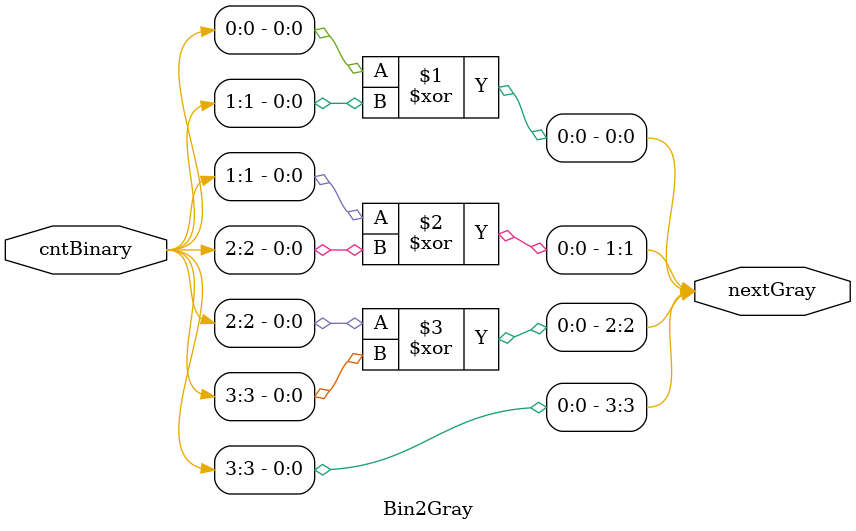
<source format=v>
`timescale 1ns / 1ns


module Bin2Gray #
  (
  parameter integer n_bits = 4
  )
  (
   input wire [n_bits-1:0]  cntBinary,

   output wire [n_bits-1:0] nextGray
  );

  genvar i;
  generate
  for (i = 0; i < (n_bits-1) ; i = i + 1) 
    begin
      assign nextGray[i] = cntBinary[i] ^ cntBinary[i+1];
    end
  endgenerate

  assign nextGray[n_bits-1] = cntBinary[n_bits-1];

endmodule

</source>
